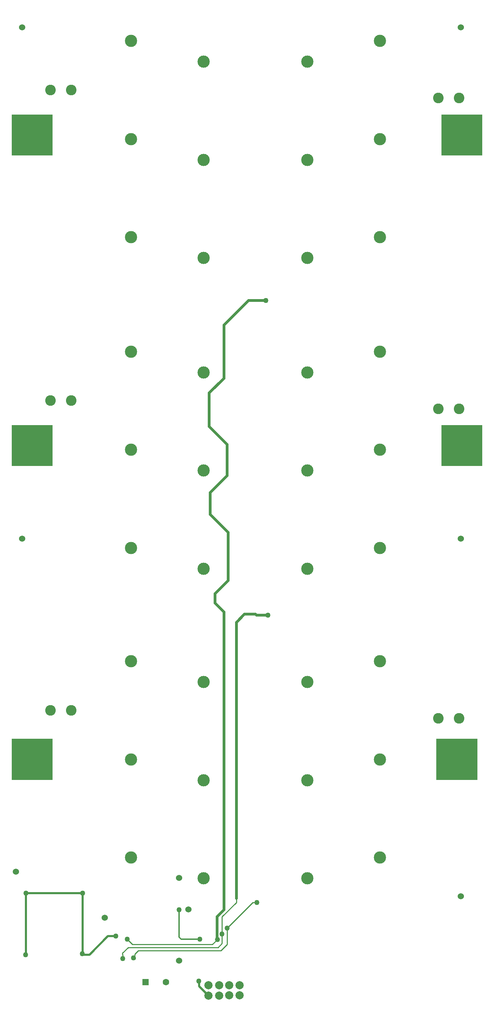
<source format=gbr>
%FSTAX23Y23*%
%MOIN*%
%SFA1B1*%

%IPPOS*%
%ADD20C,0.020000*%
%ADD21C,0.025000*%
%ADD22C,0.012000*%
%ADD24C,0.010000*%
%ADD25R,0.393700X0.393700*%
%ADD26C,0.060000*%
%ADD27C,0.078740*%
%ADD28R,0.062992X0.062992*%
%ADD29C,0.062992*%
%ADD30C,0.118110*%
%ADD31R,0.039370X0.039370*%
%ADD32C,0.102362*%
%ADD33C,0.050000*%
%LNmain_copper_signal_bot-1*%
%LPD*%
G36*
X01574Y02401D02*
X01181D01*
Y02795*
X01574*
Y02401*
G37*
G36*
X05669D02*
X05275D01*
Y02795*
X05669*
Y02401*
G37*
G54D20*
X01862Y0072D02*
Y01309D01*
X02982Y00462D02*
X02988Y00456D01*
Y00414D02*
X03078Y00324D01*
X02988Y00414D02*
Y00456D01*
X0186Y00718D02*
X01929D01*
X01315Y00715D02*
X01318Y00718D01*
Y01309*
X01862Y01309D02*
X01863Y01311D01*
X01861Y01309D02*
X01862Y01309D01*
X01318Y01309D02*
X01861D01*
X02106Y00895D02*
X02185D01*
X01929Y00718D02*
X02106Y00895D01*
X0186Y00718D02*
X01862Y0072D01*
G54D21*
X03085Y05802D02*
X03257Y05629D01*
X03085Y05802D02*
Y06125D01*
X03228Y06268*
X03161Y00865D02*
X03162Y00864D01*
X03159Y00867D02*
X03161Y00865D01*
X03159Y00867D02*
Y01082D01*
X03228Y01151D02*
Y01279D01*
X03159Y01082D02*
X03228Y01151D01*
X03346Y01259D02*
Y03917D01*
X03425Y03996*
X02352Y00688D02*
X02362Y00679D01*
X03539Y03986D02*
X03651D01*
X03425Y03996D02*
X0353D01*
X03539Y03986*
X03139Y04104D02*
X03228Y04015D01*
X03139Y04104D02*
Y04192D01*
X03228Y04015D02*
Y01279D01*
X03092Y05165D02*
X03257Y0533D01*
X03092Y04958D02*
Y05165D01*
X03257Y0533D02*
Y05629D01*
X03092Y04958D02*
X03267Y04783D01*
X03228Y06268D02*
Y06781D01*
X03139Y04192D02*
X03267Y0432D01*
Y04783*
X03228Y06781D02*
X03464Y07017D01*
X03631*
G54D22*
X02814Y00866D02*
X02992D01*
X02795Y00885D02*
Y01151D01*
Y00885D02*
X02814Y00866D01*
G54D24*
X02293Y00866D02*
X02342Y00816D01*
X03114D02*
X03162Y00864D01*
X02342Y00816D02*
X03114D01*
X02248Y00732D02*
X02303Y00787D01*
X03169D02*
X03208Y00826D01*
X02303Y00787D02*
X03169D01*
X02401Y00757D02*
X03198D01*
X0238Y00737D02*
X02401Y00757D01*
X03198D02*
X03257Y00816D01*
X03503Y01219D02*
X03542D01*
X03257Y00974D02*
X03503Y01219D01*
X03542D02*
X03543Y0122D01*
X03346D02*
Y01259D01*
X03208Y01082D02*
X03346Y0122D01*
X03208Y00915D02*
Y01082D01*
X0238Y00737D02*
D01*
X02368Y00724D02*
X0238Y00737D01*
X02352Y00698D02*
X02368Y00714D01*
Y00724*
X02352Y00688D02*
Y00698D01*
X03257Y00816D02*
Y00974D01*
X02249Y00681D02*
Y00721D01*
X02248Y00721D02*
X02249Y00721D01*
X02248Y00721D02*
Y00732D01*
X03208Y00826D02*
Y00915D01*
G54D25*
X05519Y08611D03*
X01377Y08611D03*
X01377Y05619D03*
X05519Y05619D03*
G54D26*
X02885Y01152D03*
X02076Y01072D03*
X02795Y01456D03*
Y00659D03*
X0122Y01515D03*
X05511Y01279D03*
Y04724D03*
X01279D03*
X05511Y09645D03*
X01279D03*
G54D27*
X03078Y00324D03*
Y00422D03*
X03179D03*
X03278Y00424D03*
X03378D03*
Y00325D03*
X03278D03*
X03179Y00324D03*
G54D28*
X0247Y00452D03*
G54D29*
X02667Y00452D03*
G54D30*
X04031Y04434D03*
X03031D03*
X04731Y04634D03*
X02331D03*
X04031Y09316D03*
X03031D03*
X04731Y09516D03*
X02331D03*
X04031Y01453D03*
X03031D03*
X04731Y01653D03*
X02331D03*
X04031Y02398D03*
X03031D03*
X04731Y02598D03*
X02331D03*
X04031Y03343D03*
X03031D03*
X04731Y03543D03*
X02331D03*
Y08571D03*
X04731D03*
X03031Y08371D03*
X04031D03*
X02331Y07627D03*
X04731D03*
X03031Y07427D03*
X04031D03*
X02331Y06524D03*
X04731D03*
X03031Y06324D03*
X04031D03*
X02331Y05579D03*
X04731D03*
X03031Y05379D03*
X04031D03*
G54D31*
X01377Y02598D03*
X05472D03*
X01377Y08611D03*
X05519Y08611D03*
X01377Y05619D03*
X05519Y05619D03*
G54D32*
X01555Y0307D03*
X01753D03*
X05295Y02992D03*
X05493D03*
X01555Y09044D03*
X01753D03*
X05295Y08965D03*
X05493D03*
X01555Y06052D03*
X01753D03*
X05295Y05973D03*
X05493D03*
G54D33*
X02992Y00866D03*
X02795Y01151D03*
X03257Y00974D03*
X03208Y00915D03*
X03162Y00864D03*
X02982Y00462D03*
X03543Y0122D03*
X0186Y00728D03*
X01315Y00715D03*
X01318Y01309D03*
X02185Y00895D03*
X01863Y01311D03*
X02293Y00866D03*
X02249Y00681D03*
X02352Y00688D03*
X03651Y03986D03*
X03631Y07017D03*
M02*
</source>
